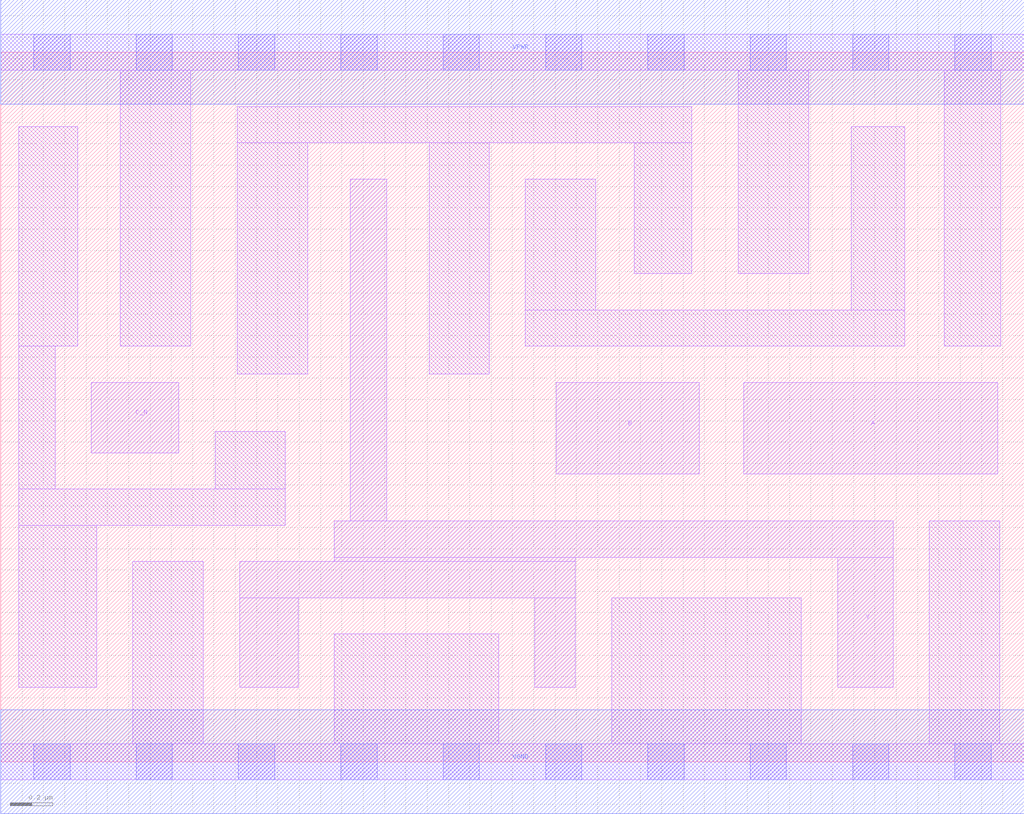
<source format=lef>
# Copyright 2020 The SkyWater PDK Authors
#
# Licensed under the Apache License, Version 2.0 (the "License");
# you may not use this file except in compliance with the License.
# You may obtain a copy of the License at
#
#     https://www.apache.org/licenses/LICENSE-2.0
#
# Unless required by applicable law or agreed to in writing, software
# distributed under the License is distributed on an "AS IS" BASIS,
# WITHOUT WARRANTIES OR CONDITIONS OF ANY KIND, either express or implied.
# See the License for the specific language governing permissions and
# limitations under the License.
#
# SPDX-License-Identifier: Apache-2.0

VERSION 5.7 ;
  NAMESCASESENSITIVE ON ;
  NOWIREEXTENSIONATPIN ON ;
  DIVIDERCHAR "/" ;
  BUSBITCHARS "[]" ;
UNITS
  DATABASE MICRONS 200 ;
END UNITS
MACRO sky130_fd_sc_hs__nor3b_2
  CLASS CORE ;
  SOURCE USER ;
  FOREIGN sky130_fd_sc_hs__nor3b_2 ;
  ORIGIN  0.000000  0.000000 ;
  SIZE  4.800000 BY  3.330000 ;
  SYMMETRY X Y ;
  SITE unit ;
  PIN A
    ANTENNAGATEAREA  0.558000 ;
    DIRECTION INPUT ;
    USE SIGNAL ;
    PORT
      LAYER li1 ;
        RECT 3.485000 1.350000 4.675000 1.780000 ;
    END
  END A
  PIN B
    ANTENNAGATEAREA  0.558000 ;
    DIRECTION INPUT ;
    USE SIGNAL ;
    PORT
      LAYER li1 ;
        RECT 2.605000 1.350000 3.275000 1.780000 ;
    END
  END B
  PIN C_N
    ANTENNAGATEAREA  0.246000 ;
    DIRECTION INPUT ;
    USE SIGNAL ;
    PORT
      LAYER li1 ;
        RECT 0.425000 1.450000 0.835000 1.780000 ;
    END
  END C_N
  PIN Y
    ANTENNADIFFAREA  1.005700 ;
    DIRECTION OUTPUT ;
    USE SIGNAL ;
    PORT
      LAYER li1 ;
        RECT 1.120000 0.350000 1.395000 0.770000 ;
        RECT 1.120000 0.770000 2.695000 0.940000 ;
        RECT 1.565000 0.940000 2.695000 0.960000 ;
        RECT 1.565000 0.960000 4.185000 1.130000 ;
        RECT 1.640000 1.130000 1.810000 2.735000 ;
        RECT 2.505000 0.350000 2.695000 0.770000 ;
        RECT 3.925000 0.350000 4.185000 0.960000 ;
    END
  END Y
  PIN VGND
    DIRECTION INOUT ;
    USE GROUND ;
    PORT
      LAYER met1 ;
        RECT 0.000000 -0.245000 4.800000 0.245000 ;
    END
  END VGND
  PIN VPWR
    DIRECTION INOUT ;
    USE POWER ;
    PORT
      LAYER met1 ;
        RECT 0.000000 3.085000 4.800000 3.575000 ;
    END
  END VPWR
  OBS
    LAYER li1 ;
      RECT 0.000000 -0.085000 4.800000 0.085000 ;
      RECT 0.000000  3.245000 4.800000 3.415000 ;
      RECT 0.085000  0.350000 0.450000 1.110000 ;
      RECT 0.085000  1.110000 1.335000 1.280000 ;
      RECT 0.085000  1.280000 0.255000 1.950000 ;
      RECT 0.085000  1.950000 0.360000 2.980000 ;
      RECT 0.560000  1.950000 0.890000 3.245000 ;
      RECT 0.620000  0.085000 0.950000 0.940000 ;
      RECT 1.005000  1.280000 1.335000 1.550000 ;
      RECT 1.110000  1.820000 1.440000 2.905000 ;
      RECT 1.110000  2.905000 3.240000 3.075000 ;
      RECT 1.565000  0.085000 2.335000 0.600000 ;
      RECT 2.010000  1.820000 2.290000 2.905000 ;
      RECT 2.460000  1.950000 4.240000 2.120000 ;
      RECT 2.460000  2.120000 2.790000 2.735000 ;
      RECT 2.865000  0.085000 3.755000 0.770000 ;
      RECT 2.970000  2.290000 3.240000 2.905000 ;
      RECT 3.460000  2.290000 3.790000 3.245000 ;
      RECT 3.990000  2.120000 4.240000 2.980000 ;
      RECT 4.355000  0.085000 4.685000 1.130000 ;
      RECT 4.425000  1.950000 4.690000 3.245000 ;
    LAYER mcon ;
      RECT 0.155000 -0.085000 0.325000 0.085000 ;
      RECT 0.155000  3.245000 0.325000 3.415000 ;
      RECT 0.635000 -0.085000 0.805000 0.085000 ;
      RECT 0.635000  3.245000 0.805000 3.415000 ;
      RECT 1.115000 -0.085000 1.285000 0.085000 ;
      RECT 1.115000  3.245000 1.285000 3.415000 ;
      RECT 1.595000 -0.085000 1.765000 0.085000 ;
      RECT 1.595000  3.245000 1.765000 3.415000 ;
      RECT 2.075000 -0.085000 2.245000 0.085000 ;
      RECT 2.075000  3.245000 2.245000 3.415000 ;
      RECT 2.555000 -0.085000 2.725000 0.085000 ;
      RECT 2.555000  3.245000 2.725000 3.415000 ;
      RECT 3.035000 -0.085000 3.205000 0.085000 ;
      RECT 3.035000  3.245000 3.205000 3.415000 ;
      RECT 3.515000 -0.085000 3.685000 0.085000 ;
      RECT 3.515000  3.245000 3.685000 3.415000 ;
      RECT 3.995000 -0.085000 4.165000 0.085000 ;
      RECT 3.995000  3.245000 4.165000 3.415000 ;
      RECT 4.475000 -0.085000 4.645000 0.085000 ;
      RECT 4.475000  3.245000 4.645000 3.415000 ;
  END
END sky130_fd_sc_hs__nor3b_2

</source>
